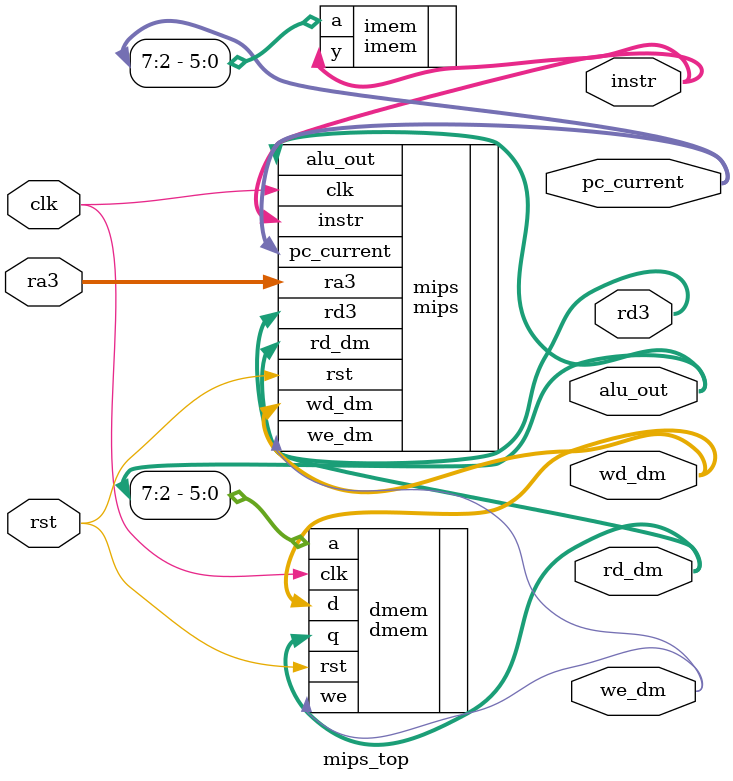
<source format=v>
module mips_top (
        input  wire        clk,
        input  wire        rst,
        input  wire [4:0]  ra3,
        output wire        we_dm,
        output wire [31:0] pc_current,
        output wire [31:0] instr,
        output wire [31:0] alu_out,
        output wire [31:0] wd_dm,
        output wire [31:0] rd_dm,
        output wire [31:0] rd3
    );

    wire [31:0] DONT_USE;

    mips mips (
            .clk            (clk),
            .rst            (rst),
            .ra3            (ra3),
            .instr          (instr),
            .rd_dm          (rd_dm),
            .we_dm          (we_dm),
            .pc_current     (pc_current),
            .alu_out        (alu_out),
            .wd_dm          (wd_dm),
            .rd3            (rd3)
        );

    imem imem (
            .a              (pc_current[7:2]),
            .y              (instr)
        );

    dmem dmem (
            .clk            (clk),
            .we             (we_dm),
            .a              (alu_out[7:2]),
            .d              (wd_dm),
            .q              (rd_dm),
            .rst            (rst)
        );

endmodule
</source>
